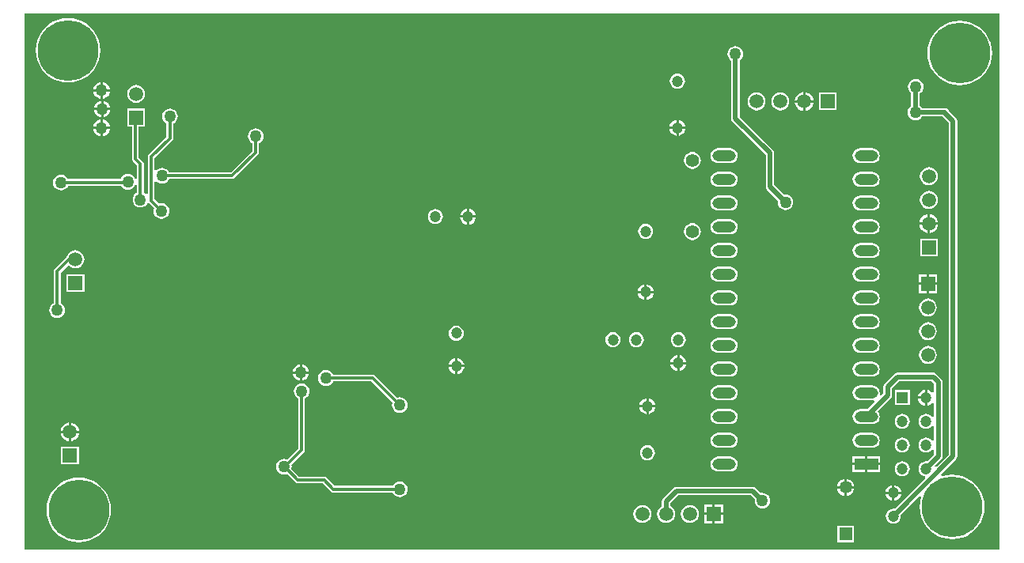
<source format=gbl>
G04 Layer_Physical_Order=2*
G04 Layer_Color=16711680*
%FSLAX43Y43*%
%MOMM*%
G71*
G01*
G75*
%ADD30R,1.500X1.500*%
%ADD40C,0.500*%
%ADD43C,0.300*%
%ADD46C,1.200*%
%ADD47C,1.500*%
%ADD48C,1.400*%
%ADD49R,1.350X1.350*%
%ADD50C,1.350*%
%ADD51C,6.500*%
%ADD52O,2.500X1.200*%
%ADD53R,2.500X1.200*%
%ADD54R,1.200X1.200*%
%ADD55R,1.500X1.500*%
%ADD56C,1.270*%
G36*
X104667Y333D02*
X333D01*
Y57767D01*
X104667D01*
Y333D01*
D02*
G37*
%LPC*%
G36*
X5000Y57261D02*
X4459Y57218D01*
X3931Y57091D01*
X3429Y56883D01*
X2966Y56600D01*
X2553Y56247D01*
X2200Y55834D01*
X1917Y55371D01*
X1709Y54869D01*
X1582Y54341D01*
X1539Y53800D01*
X1582Y53259D01*
X1709Y52731D01*
X1917Y52229D01*
X2200Y51766D01*
X2553Y51353D01*
X2966Y51000D01*
X3429Y50717D01*
X3931Y50509D01*
X4459Y50382D01*
X5000Y50339D01*
X5541Y50382D01*
X6069Y50509D01*
X6571Y50717D01*
X7034Y51000D01*
X7447Y51353D01*
X7800Y51766D01*
X8083Y52229D01*
X8291Y52731D01*
X8418Y53259D01*
X8461Y53800D01*
X8418Y54341D01*
X8291Y54869D01*
X8083Y55371D01*
X7800Y55834D01*
X7447Y56247D01*
X7034Y56600D01*
X6571Y56883D01*
X6069Y57091D01*
X5541Y57218D01*
X5000Y57261D01*
D02*
G37*
G36*
X100400Y56961D02*
X99859Y56918D01*
X99331Y56791D01*
X98829Y56583D01*
X98366Y56300D01*
X97953Y55947D01*
X97600Y55534D01*
X97317Y55071D01*
X97109Y54569D01*
X96982Y54041D01*
X96939Y53500D01*
X96982Y52959D01*
X97109Y52431D01*
X97317Y51929D01*
X97600Y51466D01*
X97953Y51053D01*
X98366Y50700D01*
X98829Y50417D01*
X99331Y50209D01*
X99859Y50082D01*
X100400Y50039D01*
X100941Y50082D01*
X101469Y50209D01*
X101971Y50417D01*
X102434Y50700D01*
X102847Y51053D01*
X103200Y51466D01*
X103483Y51929D01*
X103691Y52431D01*
X103818Y52959D01*
X103861Y53500D01*
X103818Y54041D01*
X103691Y54569D01*
X103483Y55071D01*
X103200Y55534D01*
X102847Y55947D01*
X102434Y56300D01*
X101971Y56583D01*
X101469Y56791D01*
X100941Y56918D01*
X100400Y56961D01*
D02*
G37*
G36*
X70200Y51307D02*
X69991Y51279D01*
X69797Y51199D01*
X69629Y51071D01*
X69501Y50903D01*
X69421Y50709D01*
X69393Y50500D01*
X69421Y50291D01*
X69501Y50097D01*
X69629Y49929D01*
X69797Y49801D01*
X69991Y49721D01*
X70200Y49693D01*
X70409Y49721D01*
X70603Y49801D01*
X70771Y49929D01*
X70899Y50097D01*
X70979Y50291D01*
X71007Y50500D01*
X70979Y50709D01*
X70899Y50903D01*
X70771Y51071D01*
X70603Y51199D01*
X70409Y51279D01*
X70200Y51307D01*
D02*
G37*
G36*
X8727Y50380D02*
Y49627D01*
X9480D01*
X9466Y49732D01*
X9377Y49948D01*
X9234Y50134D01*
X9048Y50277D01*
X8832Y50366D01*
X8727Y50380D01*
D02*
G37*
G36*
X8473D02*
X8368Y50366D01*
X8152Y50277D01*
X7966Y50134D01*
X7823Y49948D01*
X7734Y49732D01*
X7720Y49627D01*
X8473D01*
Y50380D01*
D02*
G37*
G36*
X9480Y49373D02*
X8727D01*
Y48620D01*
X8832Y48634D01*
X9048Y48723D01*
X9234Y48866D01*
X9377Y49052D01*
X9466Y49268D01*
X9480Y49373D01*
D02*
G37*
G36*
X8473D02*
X7720D01*
X7734Y49268D01*
X7823Y49052D01*
X7966Y48866D01*
X8152Y48723D01*
X8368Y48634D01*
X8473Y48620D01*
Y49373D01*
D02*
G37*
G36*
X83887Y49316D02*
Y48447D01*
X84756D01*
X84738Y48582D01*
X84637Y48826D01*
X84476Y49036D01*
X84266Y49197D01*
X84022Y49298D01*
X83887Y49316D01*
D02*
G37*
G36*
X83633D02*
X83498Y49298D01*
X83254Y49197D01*
X83044Y49036D01*
X82883Y48826D01*
X82782Y48582D01*
X82764Y48447D01*
X83633D01*
Y49316D01*
D02*
G37*
G36*
X12300Y50098D02*
X12052Y50066D01*
X11821Y49970D01*
X11622Y49818D01*
X11470Y49619D01*
X11374Y49388D01*
X11342Y49140D01*
X11374Y48892D01*
X11470Y48661D01*
X11622Y48462D01*
X11821Y48310D01*
X12052Y48214D01*
X12300Y48182D01*
X12548Y48214D01*
X12779Y48310D01*
X12978Y48462D01*
X13130Y48661D01*
X13226Y48892D01*
X13258Y49140D01*
X13226Y49388D01*
X13130Y49619D01*
X12978Y49818D01*
X12779Y49970D01*
X12548Y50066D01*
X12300Y50098D01*
D02*
G37*
G36*
X8781Y48380D02*
Y47627D01*
X9534D01*
X9520Y47732D01*
X9431Y47948D01*
X9288Y48134D01*
X9102Y48277D01*
X8886Y48366D01*
X8781Y48380D01*
D02*
G37*
G36*
X8527D02*
X8422Y48366D01*
X8206Y48277D01*
X8020Y48134D01*
X7877Y47948D01*
X7788Y47732D01*
X7774Y47627D01*
X8527D01*
Y48380D01*
D02*
G37*
G36*
X87250Y49270D02*
X85350D01*
Y47370D01*
X87250D01*
Y49270D01*
D02*
G37*
G36*
X81220Y49278D02*
X80972Y49246D01*
X80741Y49150D01*
X80542Y48998D01*
X80390Y48799D01*
X80294Y48568D01*
X80262Y48320D01*
X80294Y48072D01*
X80390Y47841D01*
X80542Y47642D01*
X80741Y47490D01*
X80972Y47394D01*
X81220Y47362D01*
X81468Y47394D01*
X81699Y47490D01*
X81898Y47642D01*
X82050Y47841D01*
X82146Y48072D01*
X82178Y48320D01*
X82146Y48568D01*
X82050Y48799D01*
X81898Y48998D01*
X81699Y49150D01*
X81468Y49246D01*
X81220Y49278D01*
D02*
G37*
G36*
X78680D02*
X78432Y49246D01*
X78201Y49150D01*
X78002Y48998D01*
X77850Y48799D01*
X77754Y48568D01*
X77722Y48320D01*
X77754Y48072D01*
X77850Y47841D01*
X78002Y47642D01*
X78201Y47490D01*
X78432Y47394D01*
X78680Y47362D01*
X78928Y47394D01*
X79159Y47490D01*
X79358Y47642D01*
X79510Y47841D01*
X79606Y48072D01*
X79638Y48320D01*
X79606Y48568D01*
X79510Y48799D01*
X79358Y48998D01*
X79159Y49150D01*
X78928Y49246D01*
X78680Y49278D01*
D02*
G37*
G36*
X84756Y48193D02*
X83887D01*
Y47324D01*
X84022Y47342D01*
X84266Y47443D01*
X84476Y47604D01*
X84637Y47814D01*
X84738Y48058D01*
X84756Y48193D01*
D02*
G37*
G36*
X83633D02*
X82764D01*
X82782Y48058D01*
X82883Y47814D01*
X83044Y47604D01*
X83254Y47443D01*
X83498Y47342D01*
X83633Y47324D01*
Y48193D01*
D02*
G37*
G36*
X9534Y47373D02*
X8781D01*
Y46620D01*
X8886Y46634D01*
X9102Y46723D01*
X9288Y46866D01*
X9431Y47052D01*
X9520Y47268D01*
X9534Y47373D01*
D02*
G37*
G36*
X8527D02*
X7774D01*
X7788Y47268D01*
X7877Y47052D01*
X8020Y46866D01*
X8206Y46723D01*
X8422Y46634D01*
X8527Y46620D01*
Y47373D01*
D02*
G37*
G36*
X70327Y46345D02*
Y45627D01*
X71045D01*
X71032Y45723D01*
X70946Y45931D01*
X70809Y46109D01*
X70631Y46246D01*
X70423Y46332D01*
X70327Y46345D01*
D02*
G37*
G36*
X8727Y46380D02*
Y45627D01*
X9480D01*
X9466Y45732D01*
X9377Y45948D01*
X9234Y46134D01*
X9048Y46277D01*
X8832Y46366D01*
X8727Y46380D01*
D02*
G37*
G36*
X8473D02*
X8368Y46366D01*
X8152Y46277D01*
X7966Y46134D01*
X7823Y45948D01*
X7734Y45732D01*
X7720Y45627D01*
X8473D01*
Y46380D01*
D02*
G37*
G36*
X70073Y46345D02*
X69977Y46332D01*
X69769Y46246D01*
X69591Y46109D01*
X69454Y45931D01*
X69368Y45723D01*
X69355Y45627D01*
X70073D01*
Y46345D01*
D02*
G37*
G36*
Y45373D02*
X69355D01*
X69368Y45277D01*
X69454Y45069D01*
X69591Y44891D01*
X69769Y44754D01*
X69977Y44668D01*
X70073Y44655D01*
Y45373D01*
D02*
G37*
G36*
X71045D02*
X70327D01*
Y44655D01*
X70423Y44668D01*
X70631Y44754D01*
X70809Y44891D01*
X70946Y45069D01*
X71032Y45277D01*
X71045Y45373D01*
D02*
G37*
G36*
X9480D02*
X8727D01*
Y44620D01*
X8832Y44634D01*
X9048Y44723D01*
X9234Y44866D01*
X9377Y45052D01*
X9466Y45268D01*
X9480Y45373D01*
D02*
G37*
G36*
X8473D02*
X7720D01*
X7734Y45268D01*
X7823Y45052D01*
X7966Y44866D01*
X8152Y44723D01*
X8368Y44634D01*
X8473Y44620D01*
Y45373D01*
D02*
G37*
G36*
X91050Y43327D02*
X89750D01*
X89541Y43299D01*
X89347Y43219D01*
X89179Y43091D01*
X89051Y42923D01*
X88971Y42729D01*
X88943Y42520D01*
X88971Y42311D01*
X89051Y42117D01*
X89179Y41949D01*
X89347Y41821D01*
X89541Y41741D01*
X89750Y41713D01*
X91050D01*
X91259Y41741D01*
X91453Y41821D01*
X91621Y41949D01*
X91749Y42117D01*
X91829Y42311D01*
X91857Y42520D01*
X91829Y42729D01*
X91749Y42923D01*
X91621Y43091D01*
X91453Y43219D01*
X91259Y43299D01*
X91050Y43327D01*
D02*
G37*
G36*
X75850D02*
X74550D01*
X74341Y43299D01*
X74147Y43219D01*
X73979Y43091D01*
X73851Y42923D01*
X73771Y42729D01*
X73743Y42520D01*
X73771Y42311D01*
X73851Y42117D01*
X73979Y41949D01*
X74147Y41821D01*
X74341Y41741D01*
X74550Y41713D01*
X75850D01*
X76059Y41741D01*
X76253Y41821D01*
X76421Y41949D01*
X76549Y42117D01*
X76629Y42311D01*
X76657Y42520D01*
X76629Y42729D01*
X76549Y42923D01*
X76421Y43091D01*
X76253Y43219D01*
X76059Y43299D01*
X75850Y43327D01*
D02*
G37*
G36*
X71800Y42918D02*
X71565Y42887D01*
X71346Y42796D01*
X71158Y42652D01*
X71014Y42464D01*
X70923Y42245D01*
X70892Y42010D01*
X70923Y41775D01*
X71014Y41556D01*
X71158Y41368D01*
X71346Y41224D01*
X71565Y41133D01*
X71800Y41102D01*
X72035Y41133D01*
X72254Y41224D01*
X72442Y41368D01*
X72586Y41556D01*
X72677Y41775D01*
X72708Y42010D01*
X72677Y42245D01*
X72586Y42464D01*
X72442Y42652D01*
X72254Y42796D01*
X72035Y42887D01*
X71800Y42918D01*
D02*
G37*
G36*
X13250Y47550D02*
X11350D01*
Y45650D01*
X11843D01*
Y42200D01*
X11870Y42063D01*
X11948Y41948D01*
X12393Y41502D01*
Y40007D01*
X12193Y39967D01*
X12129Y40121D01*
X11996Y40296D01*
X11821Y40429D01*
X11618Y40514D01*
X11400Y40542D01*
X11182Y40514D01*
X10979Y40429D01*
X10804Y40296D01*
X10671Y40121D01*
X10623Y40007D01*
X5006D01*
X4979Y40071D01*
X4846Y40246D01*
X4671Y40379D01*
X4468Y40464D01*
X4250Y40492D01*
X4032Y40464D01*
X3829Y40379D01*
X3654Y40246D01*
X3521Y40071D01*
X3436Y39868D01*
X3408Y39650D01*
X3436Y39432D01*
X3521Y39229D01*
X3654Y39054D01*
X3829Y38921D01*
X4032Y38836D01*
X4250Y38808D01*
X4468Y38836D01*
X4671Y38921D01*
X4846Y39054D01*
X4979Y39229D01*
X5006Y39293D01*
X10665D01*
X10671Y39279D01*
X10804Y39104D01*
X10979Y38971D01*
X11182Y38886D01*
X11400Y38858D01*
X11618Y38886D01*
X11821Y38971D01*
X11996Y39104D01*
X12129Y39279D01*
X12193Y39433D01*
X12393Y39393D01*
Y38556D01*
X12329Y38529D01*
X12154Y38396D01*
X12021Y38221D01*
X11936Y38018D01*
X11908Y37800D01*
X11936Y37582D01*
X12021Y37379D01*
X12154Y37204D01*
X12329Y37071D01*
X12532Y36986D01*
X12750Y36958D01*
X12968Y36986D01*
X13171Y37071D01*
X13346Y37204D01*
X13465Y37361D01*
X13508Y37381D01*
X13702Y37393D01*
X14213Y36882D01*
X14186Y36818D01*
X14158Y36600D01*
X14186Y36382D01*
X14271Y36179D01*
X14404Y36004D01*
X14579Y35871D01*
X14782Y35786D01*
X15000Y35758D01*
X15218Y35786D01*
X15421Y35871D01*
X15596Y36004D01*
X15729Y36179D01*
X15814Y36382D01*
X15842Y36600D01*
X15814Y36818D01*
X15729Y37021D01*
X15596Y37196D01*
X15421Y37329D01*
X15218Y37414D01*
X15000Y37442D01*
X14782Y37414D01*
X14718Y37387D01*
X14257Y37848D01*
Y39718D01*
X14457Y39786D01*
X14469Y39769D01*
X14644Y39636D01*
X14847Y39551D01*
X15065Y39523D01*
X15283Y39551D01*
X15486Y39636D01*
X15661Y39769D01*
X15794Y39944D01*
X15821Y40008D01*
X22565D01*
X22702Y40035D01*
X22817Y40113D01*
X25310Y42605D01*
X25387Y42721D01*
X25414Y42857D01*
Y43826D01*
X25521Y43871D01*
X25696Y44004D01*
X25829Y44179D01*
X25914Y44382D01*
X25942Y44600D01*
X25914Y44818D01*
X25829Y45021D01*
X25696Y45196D01*
X25521Y45329D01*
X25318Y45414D01*
X25100Y45442D01*
X24882Y45414D01*
X24679Y45329D01*
X24504Y45196D01*
X24371Y45021D01*
X24286Y44818D01*
X24258Y44600D01*
X24286Y44382D01*
X24371Y44179D01*
X24504Y44004D01*
X24679Y43871D01*
X24701Y43862D01*
Y43005D01*
X22417Y40722D01*
X15821D01*
X15794Y40786D01*
X15661Y40961D01*
X15486Y41094D01*
X15283Y41179D01*
X15065Y41207D01*
X14847Y41179D01*
X14644Y41094D01*
X14469Y40961D01*
X14457Y40944D01*
X14257Y41012D01*
Y42252D01*
X16152Y44147D01*
X16230Y44263D01*
X16257Y44400D01*
Y45944D01*
X16321Y45970D01*
X16495Y46104D01*
X16629Y46279D01*
X16713Y46482D01*
X16742Y46700D01*
X16713Y46918D01*
X16629Y47121D01*
X16495Y47295D01*
X16321Y47429D01*
X16118Y47513D01*
X15900Y47542D01*
X15682Y47513D01*
X15479Y47429D01*
X15304Y47295D01*
X15171Y47121D01*
X15086Y46918D01*
X15058Y46700D01*
X15086Y46482D01*
X15171Y46279D01*
X15304Y46104D01*
X15479Y45970D01*
X15543Y45944D01*
Y44548D01*
X13648Y42652D01*
X13570Y42537D01*
X13543Y42400D01*
Y38467D01*
X13355Y38399D01*
X13343Y38397D01*
X13171Y38529D01*
X13107Y38556D01*
Y41650D01*
X13080Y41787D01*
X13002Y41902D01*
X12557Y42348D01*
Y45650D01*
X13250D01*
Y47550D01*
D02*
G37*
G36*
X97100Y41278D02*
X96852Y41246D01*
X96621Y41150D01*
X96422Y40998D01*
X96270Y40799D01*
X96174Y40568D01*
X96142Y40320D01*
X96174Y40072D01*
X96270Y39841D01*
X96422Y39642D01*
X96621Y39490D01*
X96852Y39394D01*
X97100Y39362D01*
X97348Y39394D01*
X97579Y39490D01*
X97778Y39642D01*
X97930Y39841D01*
X98026Y40072D01*
X98058Y40320D01*
X98026Y40568D01*
X97930Y40799D01*
X97778Y40998D01*
X97579Y41150D01*
X97348Y41246D01*
X97100Y41278D01*
D02*
G37*
G36*
X91050Y40787D02*
X89750D01*
X89541Y40759D01*
X89347Y40679D01*
X89179Y40551D01*
X89051Y40383D01*
X88971Y40189D01*
X88943Y39980D01*
X88971Y39771D01*
X89051Y39577D01*
X89179Y39409D01*
X89347Y39281D01*
X89541Y39201D01*
X89750Y39173D01*
X91050D01*
X91259Y39201D01*
X91453Y39281D01*
X91621Y39409D01*
X91749Y39577D01*
X91829Y39771D01*
X91857Y39980D01*
X91829Y40189D01*
X91749Y40383D01*
X91621Y40551D01*
X91453Y40679D01*
X91259Y40759D01*
X91050Y40787D01*
D02*
G37*
G36*
X75850D02*
X74550D01*
X74341Y40759D01*
X74147Y40679D01*
X73979Y40551D01*
X73851Y40383D01*
X73771Y40189D01*
X73743Y39980D01*
X73771Y39771D01*
X73851Y39577D01*
X73979Y39409D01*
X74147Y39281D01*
X74341Y39201D01*
X74550Y39173D01*
X75850D01*
X76059Y39201D01*
X76253Y39281D01*
X76421Y39409D01*
X76549Y39577D01*
X76629Y39771D01*
X76657Y39980D01*
X76629Y40189D01*
X76549Y40383D01*
X76421Y40551D01*
X76253Y40679D01*
X76059Y40759D01*
X75850Y40787D01*
D02*
G37*
G36*
X97100Y38738D02*
X96852Y38706D01*
X96621Y38610D01*
X96422Y38458D01*
X96270Y38259D01*
X96174Y38028D01*
X96142Y37780D01*
X96174Y37532D01*
X96270Y37301D01*
X96422Y37102D01*
X96621Y36950D01*
X96852Y36854D01*
X97100Y36822D01*
X97348Y36854D01*
X97579Y36950D01*
X97778Y37102D01*
X97930Y37301D01*
X98026Y37532D01*
X98058Y37780D01*
X98026Y38028D01*
X97930Y38259D01*
X97778Y38458D01*
X97579Y38610D01*
X97348Y38706D01*
X97100Y38738D01*
D02*
G37*
G36*
X76400Y54242D02*
X76182Y54214D01*
X75979Y54129D01*
X75804Y53996D01*
X75671Y53821D01*
X75586Y53618D01*
X75558Y53400D01*
X75586Y53182D01*
X75671Y52979D01*
X75804Y52804D01*
X75941Y52700D01*
Y46500D01*
X75976Y46324D01*
X76076Y46176D01*
X79641Y42610D01*
Y39200D01*
X79676Y39024D01*
X79776Y38876D01*
X80940Y37711D01*
X80918Y37540D01*
X80946Y37322D01*
X81031Y37119D01*
X81164Y36944D01*
X81339Y36811D01*
X81542Y36726D01*
X81760Y36698D01*
X81978Y36726D01*
X82181Y36811D01*
X82356Y36944D01*
X82489Y37119D01*
X82574Y37322D01*
X82602Y37540D01*
X82574Y37758D01*
X82489Y37961D01*
X82356Y38136D01*
X82181Y38269D01*
X81978Y38354D01*
X81760Y38382D01*
X81589Y38360D01*
X80559Y39390D01*
Y42800D01*
X80524Y42976D01*
X80424Y43124D01*
X76859Y46690D01*
Y52700D01*
X76996Y52804D01*
X77129Y52979D01*
X77214Y53182D01*
X77242Y53400D01*
X77214Y53618D01*
X77129Y53821D01*
X76996Y53996D01*
X76821Y54129D01*
X76618Y54214D01*
X76400Y54242D01*
D02*
G37*
G36*
X91050Y38247D02*
X89750D01*
X89541Y38219D01*
X89347Y38139D01*
X89179Y38011D01*
X89051Y37843D01*
X88971Y37649D01*
X88943Y37440D01*
X88971Y37231D01*
X89051Y37037D01*
X89179Y36869D01*
X89347Y36741D01*
X89541Y36661D01*
X89750Y36633D01*
X91050D01*
X91259Y36661D01*
X91453Y36741D01*
X91621Y36869D01*
X91749Y37037D01*
X91829Y37231D01*
X91857Y37440D01*
X91829Y37649D01*
X91749Y37843D01*
X91621Y38011D01*
X91453Y38139D01*
X91259Y38219D01*
X91050Y38247D01*
D02*
G37*
G36*
X75850D02*
X74550D01*
X74341Y38219D01*
X74147Y38139D01*
X73979Y38011D01*
X73851Y37843D01*
X73771Y37649D01*
X73743Y37440D01*
X73771Y37231D01*
X73851Y37037D01*
X73979Y36869D01*
X74147Y36741D01*
X74341Y36661D01*
X74550Y36633D01*
X75850D01*
X76059Y36661D01*
X76253Y36741D01*
X76421Y36869D01*
X76549Y37037D01*
X76629Y37231D01*
X76657Y37440D01*
X76629Y37649D01*
X76549Y37843D01*
X76421Y38011D01*
X76253Y38139D01*
X76059Y38219D01*
X75850Y38247D01*
D02*
G37*
G36*
X47927Y36845D02*
Y36127D01*
X48645D01*
X48632Y36223D01*
X48546Y36431D01*
X48409Y36609D01*
X48231Y36746D01*
X48023Y36832D01*
X47927Y36845D01*
D02*
G37*
G36*
X47673D02*
X47577Y36832D01*
X47369Y36746D01*
X47191Y36609D01*
X47054Y36431D01*
X46968Y36223D01*
X46955Y36127D01*
X47673D01*
Y36845D01*
D02*
G37*
G36*
X97227Y36236D02*
Y35367D01*
X98096D01*
X98078Y35502D01*
X97977Y35746D01*
X97816Y35956D01*
X97606Y36117D01*
X97362Y36218D01*
X97227Y36236D01*
D02*
G37*
G36*
X96973D02*
X96838Y36218D01*
X96594Y36117D01*
X96384Y35956D01*
X96223Y35746D01*
X96122Y35502D01*
X96104Y35367D01*
X96973D01*
Y36236D01*
D02*
G37*
G36*
X44300Y36807D02*
X44091Y36779D01*
X43897Y36699D01*
X43729Y36571D01*
X43601Y36403D01*
X43521Y36209D01*
X43493Y36000D01*
X43521Y35791D01*
X43601Y35597D01*
X43729Y35429D01*
X43897Y35301D01*
X44091Y35221D01*
X44300Y35193D01*
X44509Y35221D01*
X44703Y35301D01*
X44871Y35429D01*
X44999Y35597D01*
X45079Y35791D01*
X45107Y36000D01*
X45079Y36209D01*
X44999Y36403D01*
X44871Y36571D01*
X44703Y36699D01*
X44509Y36779D01*
X44300Y36807D01*
D02*
G37*
G36*
X48645Y35873D02*
X47927D01*
Y35155D01*
X48023Y35168D01*
X48231Y35254D01*
X48409Y35391D01*
X48546Y35569D01*
X48632Y35777D01*
X48645Y35873D01*
D02*
G37*
G36*
X47673D02*
X46955D01*
X46968Y35777D01*
X47054Y35569D01*
X47191Y35391D01*
X47369Y35254D01*
X47577Y35168D01*
X47673Y35155D01*
Y35873D01*
D02*
G37*
G36*
X98096Y35113D02*
X97227D01*
Y34244D01*
X97362Y34262D01*
X97606Y34363D01*
X97816Y34524D01*
X97977Y34734D01*
X98078Y34978D01*
X98096Y35113D01*
D02*
G37*
G36*
X96973D02*
X96104D01*
X96122Y34978D01*
X96223Y34734D01*
X96384Y34524D01*
X96594Y34363D01*
X96838Y34262D01*
X96973Y34244D01*
Y35113D01*
D02*
G37*
G36*
X91050Y35707D02*
X89750D01*
X89541Y35679D01*
X89347Y35599D01*
X89179Y35471D01*
X89051Y35303D01*
X88971Y35109D01*
X88943Y34900D01*
X88971Y34691D01*
X89051Y34497D01*
X89179Y34329D01*
X89347Y34201D01*
X89541Y34121D01*
X89750Y34093D01*
X91050D01*
X91259Y34121D01*
X91453Y34201D01*
X91621Y34329D01*
X91749Y34497D01*
X91829Y34691D01*
X91857Y34900D01*
X91829Y35109D01*
X91749Y35303D01*
X91621Y35471D01*
X91453Y35599D01*
X91259Y35679D01*
X91050Y35707D01*
D02*
G37*
G36*
X75850D02*
X74550D01*
X74341Y35679D01*
X74147Y35599D01*
X73979Y35471D01*
X73851Y35303D01*
X73771Y35109D01*
X73743Y34900D01*
X73771Y34691D01*
X73851Y34497D01*
X73979Y34329D01*
X74147Y34201D01*
X74341Y34121D01*
X74550Y34093D01*
X75850D01*
X76059Y34121D01*
X76253Y34201D01*
X76421Y34329D01*
X76549Y34497D01*
X76629Y34691D01*
X76657Y34900D01*
X76629Y35109D01*
X76549Y35303D01*
X76421Y35471D01*
X76253Y35599D01*
X76059Y35679D01*
X75850Y35707D01*
D02*
G37*
G36*
X66800Y35207D02*
X66591Y35179D01*
X66397Y35099D01*
X66229Y34971D01*
X66101Y34803D01*
X66021Y34609D01*
X65993Y34400D01*
X66021Y34191D01*
X66101Y33997D01*
X66229Y33829D01*
X66397Y33701D01*
X66591Y33621D01*
X66800Y33593D01*
X67009Y33621D01*
X67203Y33701D01*
X67371Y33829D01*
X67499Y33997D01*
X67579Y34191D01*
X67607Y34400D01*
X67579Y34609D01*
X67499Y34803D01*
X67371Y34971D01*
X67203Y35099D01*
X67009Y35179D01*
X66800Y35207D01*
D02*
G37*
G36*
X71800Y35298D02*
X71565Y35267D01*
X71346Y35176D01*
X71158Y35032D01*
X71014Y34844D01*
X70923Y34625D01*
X70892Y34390D01*
X70923Y34155D01*
X71014Y33936D01*
X71158Y33748D01*
X71346Y33604D01*
X71565Y33513D01*
X71800Y33482D01*
X72035Y33513D01*
X72254Y33604D01*
X72442Y33748D01*
X72586Y33936D01*
X72677Y34155D01*
X72708Y34390D01*
X72677Y34625D01*
X72586Y34844D01*
X72442Y35032D01*
X72254Y35176D01*
X72035Y35267D01*
X71800Y35298D01*
D02*
G37*
G36*
X98050Y33650D02*
X96150D01*
Y31750D01*
X98050D01*
Y33650D01*
D02*
G37*
G36*
X91050Y33167D02*
X89750D01*
X89541Y33139D01*
X89347Y33059D01*
X89179Y32931D01*
X89051Y32763D01*
X88971Y32569D01*
X88943Y32360D01*
X88971Y32151D01*
X89051Y31957D01*
X89179Y31789D01*
X89347Y31661D01*
X89541Y31581D01*
X89750Y31553D01*
X91050D01*
X91259Y31581D01*
X91453Y31661D01*
X91621Y31789D01*
X91749Y31957D01*
X91829Y32151D01*
X91857Y32360D01*
X91829Y32569D01*
X91749Y32763D01*
X91621Y32931D01*
X91453Y33059D01*
X91259Y33139D01*
X91050Y33167D01*
D02*
G37*
G36*
X75850D02*
X74550D01*
X74341Y33139D01*
X74147Y33059D01*
X73979Y32931D01*
X73851Y32763D01*
X73771Y32569D01*
X73743Y32360D01*
X73771Y32151D01*
X73851Y31957D01*
X73979Y31789D01*
X74147Y31661D01*
X74341Y31581D01*
X74550Y31553D01*
X75850D01*
X76059Y31581D01*
X76253Y31661D01*
X76421Y31789D01*
X76549Y31957D01*
X76629Y32151D01*
X76657Y32360D01*
X76629Y32569D01*
X76549Y32763D01*
X76421Y32931D01*
X76253Y33059D01*
X76059Y33139D01*
X75850Y33167D01*
D02*
G37*
G36*
X5800Y32386D02*
X5552Y32354D01*
X5321Y32258D01*
X5122Y32106D01*
X4970Y31907D01*
X4876Y31681D01*
X4876Y31681D01*
X3598Y30402D01*
X3520Y30287D01*
X3493Y30150D01*
Y26706D01*
X3429Y26679D01*
X3254Y26546D01*
X3121Y26371D01*
X3036Y26168D01*
X3008Y25950D01*
X3036Y25732D01*
X3121Y25529D01*
X3254Y25354D01*
X3429Y25221D01*
X3632Y25136D01*
X3850Y25108D01*
X4068Y25136D01*
X4271Y25221D01*
X4446Y25354D01*
X4579Y25529D01*
X4664Y25732D01*
X4692Y25950D01*
X4664Y26168D01*
X4579Y26371D01*
X4446Y26546D01*
X4271Y26679D01*
X4207Y26706D01*
Y30002D01*
X4966Y30761D01*
X5122Y30751D01*
X5321Y30598D01*
X5552Y30503D01*
X5800Y30470D01*
X6048Y30503D01*
X6279Y30598D01*
X6478Y30751D01*
X6630Y30949D01*
X6726Y31180D01*
X6758Y31428D01*
X6726Y31676D01*
X6630Y31907D01*
X6478Y32106D01*
X6279Y32258D01*
X6048Y32354D01*
X5800Y32386D01*
D02*
G37*
G36*
X91050Y30627D02*
X89750D01*
X89541Y30599D01*
X89347Y30519D01*
X89179Y30391D01*
X89051Y30223D01*
X88971Y30029D01*
X88943Y29820D01*
X88971Y29611D01*
X89051Y29417D01*
X89179Y29249D01*
X89347Y29121D01*
X89541Y29041D01*
X89750Y29013D01*
X91050D01*
X91259Y29041D01*
X91453Y29121D01*
X91621Y29249D01*
X91749Y29417D01*
X91829Y29611D01*
X91857Y29820D01*
X91829Y30029D01*
X91749Y30223D01*
X91621Y30391D01*
X91453Y30519D01*
X91259Y30599D01*
X91050Y30627D01*
D02*
G37*
G36*
X75850D02*
X74550D01*
X74341Y30599D01*
X74147Y30519D01*
X73979Y30391D01*
X73851Y30223D01*
X73771Y30029D01*
X73743Y29820D01*
X73771Y29611D01*
X73851Y29417D01*
X73979Y29249D01*
X74147Y29121D01*
X74341Y29041D01*
X74550Y29013D01*
X75850D01*
X76059Y29041D01*
X76253Y29121D01*
X76421Y29249D01*
X76549Y29417D01*
X76629Y29611D01*
X76657Y29820D01*
X76629Y30029D01*
X76549Y30223D01*
X76421Y30391D01*
X76253Y30519D01*
X76059Y30599D01*
X75850Y30627D01*
D02*
G37*
G36*
X98004Y29804D02*
X97127D01*
Y28927D01*
X98004D01*
Y29804D01*
D02*
G37*
G36*
X96873D02*
X95996D01*
Y28927D01*
X96873D01*
Y29804D01*
D02*
G37*
G36*
X66927Y28745D02*
Y28027D01*
X67645D01*
X67632Y28123D01*
X67546Y28331D01*
X67409Y28509D01*
X67231Y28646D01*
X67023Y28732D01*
X66927Y28745D01*
D02*
G37*
G36*
X66673Y28745D02*
X66577Y28732D01*
X66369Y28646D01*
X66191Y28509D01*
X66054Y28331D01*
X65968Y28123D01*
X65955Y28027D01*
X66673D01*
Y28745D01*
D02*
G37*
G36*
X6750Y29838D02*
X4850D01*
Y27938D01*
X6750D01*
Y29838D01*
D02*
G37*
G36*
X98004Y28673D02*
X97127D01*
Y27796D01*
X98004D01*
Y28673D01*
D02*
G37*
G36*
X96873D02*
X95996D01*
Y27796D01*
X96873D01*
Y28673D01*
D02*
G37*
G36*
X67645Y27773D02*
X66927D01*
Y27055D01*
X67023Y27068D01*
X67231Y27154D01*
X67409Y27291D01*
X67546Y27469D01*
X67632Y27677D01*
X67645Y27773D01*
D02*
G37*
G36*
X66673D02*
X65955D01*
X65968Y27677D01*
X66054Y27469D01*
X66191Y27291D01*
X66369Y27154D01*
X66577Y27068D01*
X66673Y27055D01*
Y27773D01*
D02*
G37*
G36*
X91050Y28087D02*
X89750D01*
X89541Y28059D01*
X89347Y27979D01*
X89179Y27851D01*
X89051Y27683D01*
X88971Y27489D01*
X88943Y27280D01*
X88971Y27071D01*
X89051Y26877D01*
X89179Y26709D01*
X89347Y26581D01*
X89541Y26501D01*
X89750Y26473D01*
X91050D01*
X91259Y26501D01*
X91453Y26581D01*
X91621Y26709D01*
X91749Y26877D01*
X91829Y27071D01*
X91857Y27280D01*
X91829Y27489D01*
X91749Y27683D01*
X91621Y27851D01*
X91453Y27979D01*
X91259Y28059D01*
X91050Y28087D01*
D02*
G37*
G36*
X75850D02*
X74550D01*
X74341Y28059D01*
X74147Y27979D01*
X73979Y27851D01*
X73851Y27683D01*
X73771Y27489D01*
X73743Y27280D01*
X73771Y27071D01*
X73851Y26877D01*
X73979Y26709D01*
X74147Y26581D01*
X74341Y26501D01*
X74550Y26473D01*
X75850D01*
X76059Y26501D01*
X76253Y26581D01*
X76421Y26709D01*
X76549Y26877D01*
X76629Y27071D01*
X76657Y27280D01*
X76629Y27489D01*
X76549Y27683D01*
X76421Y27851D01*
X76253Y27979D01*
X76059Y28059D01*
X75850Y28087D01*
D02*
G37*
G36*
X97000Y27218D02*
X96752Y27186D01*
X96521Y27090D01*
X96322Y26938D01*
X96170Y26739D01*
X96074Y26508D01*
X96042Y26260D01*
X96074Y26012D01*
X96170Y25781D01*
X96322Y25582D01*
X96521Y25430D01*
X96752Y25334D01*
X97000Y25302D01*
X97248Y25334D01*
X97479Y25430D01*
X97678Y25582D01*
X97830Y25781D01*
X97926Y26012D01*
X97958Y26260D01*
X97926Y26508D01*
X97830Y26739D01*
X97678Y26938D01*
X97479Y27090D01*
X97248Y27186D01*
X97000Y27218D01*
D02*
G37*
G36*
X91050Y25547D02*
X89750D01*
X89541Y25519D01*
X89347Y25439D01*
X89179Y25311D01*
X89051Y25143D01*
X88971Y24949D01*
X88943Y24740D01*
X88971Y24531D01*
X89051Y24337D01*
X89179Y24169D01*
X89347Y24041D01*
X89541Y23961D01*
X89750Y23933D01*
X91050D01*
X91259Y23961D01*
X91453Y24041D01*
X91621Y24169D01*
X91749Y24337D01*
X91829Y24531D01*
X91857Y24740D01*
X91829Y24949D01*
X91749Y25143D01*
X91621Y25311D01*
X91453Y25439D01*
X91259Y25519D01*
X91050Y25547D01*
D02*
G37*
G36*
X75850D02*
X74550D01*
X74341Y25519D01*
X74147Y25439D01*
X73979Y25311D01*
X73851Y25143D01*
X73771Y24949D01*
X73743Y24740D01*
X73771Y24531D01*
X73851Y24337D01*
X73979Y24169D01*
X74147Y24041D01*
X74341Y23961D01*
X74550Y23933D01*
X75850D01*
X76059Y23961D01*
X76253Y24041D01*
X76421Y24169D01*
X76549Y24337D01*
X76629Y24531D01*
X76657Y24740D01*
X76629Y24949D01*
X76549Y25143D01*
X76421Y25311D01*
X76253Y25439D01*
X76059Y25519D01*
X75850Y25547D01*
D02*
G37*
G36*
X97000Y24678D02*
X96752Y24646D01*
X96521Y24550D01*
X96322Y24398D01*
X96170Y24199D01*
X96074Y23968D01*
X96042Y23720D01*
X96074Y23472D01*
X96170Y23241D01*
X96322Y23042D01*
X96521Y22890D01*
X96752Y22794D01*
X97000Y22762D01*
X97248Y22794D01*
X97479Y22890D01*
X97678Y23042D01*
X97830Y23241D01*
X97926Y23472D01*
X97958Y23720D01*
X97926Y23968D01*
X97830Y24199D01*
X97678Y24398D01*
X97479Y24550D01*
X97248Y24646D01*
X97000Y24678D01*
D02*
G37*
G36*
X46550Y24306D02*
X46341Y24279D01*
X46146Y24198D01*
X45979Y24070D01*
X45851Y23903D01*
X45770Y23708D01*
X45743Y23499D01*
X45770Y23291D01*
X45851Y23096D01*
X45979Y22929D01*
X46146Y22801D01*
X46341Y22720D01*
X46550Y22693D01*
X46759Y22720D01*
X46953Y22801D01*
X47120Y22929D01*
X47249Y23096D01*
X47329Y23291D01*
X47357Y23499D01*
X47329Y23708D01*
X47249Y23903D01*
X47120Y24070D01*
X46953Y24198D01*
X46759Y24279D01*
X46550Y24306D01*
D02*
G37*
G36*
X70300Y23607D02*
X70091Y23579D01*
X69897Y23499D01*
X69729Y23371D01*
X69601Y23203D01*
X69521Y23009D01*
X69493Y22800D01*
X69521Y22591D01*
X69601Y22397D01*
X69729Y22229D01*
X69897Y22101D01*
X70091Y22021D01*
X70300Y21993D01*
X70509Y22021D01*
X70703Y22101D01*
X70871Y22229D01*
X70999Y22397D01*
X71079Y22591D01*
X71107Y22800D01*
X71079Y23009D01*
X70999Y23203D01*
X70871Y23371D01*
X70703Y23499D01*
X70509Y23579D01*
X70300Y23607D01*
D02*
G37*
G36*
X65800D02*
X65591Y23579D01*
X65397Y23499D01*
X65229Y23371D01*
X65101Y23203D01*
X65021Y23009D01*
X64993Y22800D01*
X65021Y22591D01*
X65101Y22397D01*
X65229Y22229D01*
X65397Y22101D01*
X65591Y22021D01*
X65800Y21993D01*
X66009Y22021D01*
X66203Y22101D01*
X66371Y22229D01*
X66499Y22397D01*
X66579Y22591D01*
X66607Y22800D01*
X66579Y23009D01*
X66499Y23203D01*
X66371Y23371D01*
X66203Y23499D01*
X66009Y23579D01*
X65800Y23607D01*
D02*
G37*
G36*
X63300D02*
X63091Y23579D01*
X62897Y23499D01*
X62729Y23371D01*
X62601Y23203D01*
X62521Y23009D01*
X62493Y22800D01*
X62521Y22591D01*
X62601Y22397D01*
X62729Y22229D01*
X62897Y22101D01*
X63091Y22021D01*
X63300Y21993D01*
X63509Y22021D01*
X63703Y22101D01*
X63871Y22229D01*
X63999Y22397D01*
X64079Y22591D01*
X64107Y22800D01*
X64079Y23009D01*
X63999Y23203D01*
X63871Y23371D01*
X63703Y23499D01*
X63509Y23579D01*
X63300Y23607D01*
D02*
G37*
G36*
X91050Y23007D02*
X89750D01*
X89541Y22979D01*
X89347Y22899D01*
X89179Y22771D01*
X89051Y22603D01*
X88971Y22409D01*
X88943Y22200D01*
X88971Y21991D01*
X89051Y21797D01*
X89179Y21629D01*
X89347Y21501D01*
X89541Y21421D01*
X89750Y21393D01*
X91050D01*
X91259Y21421D01*
X91453Y21501D01*
X91621Y21629D01*
X91749Y21797D01*
X91829Y21991D01*
X91857Y22200D01*
X91829Y22409D01*
X91749Y22603D01*
X91621Y22771D01*
X91453Y22899D01*
X91259Y22979D01*
X91050Y23007D01*
D02*
G37*
G36*
X75850D02*
X74550D01*
X74341Y22979D01*
X74147Y22899D01*
X73979Y22771D01*
X73851Y22603D01*
X73771Y22409D01*
X73743Y22200D01*
X73771Y21991D01*
X73851Y21797D01*
X73979Y21629D01*
X74147Y21501D01*
X74341Y21421D01*
X74550Y21393D01*
X75850D01*
X76059Y21421D01*
X76253Y21501D01*
X76421Y21629D01*
X76549Y21797D01*
X76629Y21991D01*
X76657Y22200D01*
X76629Y22409D01*
X76549Y22603D01*
X76421Y22771D01*
X76253Y22899D01*
X76059Y22979D01*
X75850Y23007D01*
D02*
G37*
G36*
X70427Y21145D02*
Y20427D01*
X71145D01*
X71132Y20523D01*
X71046Y20731D01*
X70909Y20909D01*
X70731Y21046D01*
X70523Y21132D01*
X70427Y21145D01*
D02*
G37*
G36*
X70173D02*
X70077Y21132D01*
X69869Y21046D01*
X69691Y20909D01*
X69554Y20731D01*
X69468Y20523D01*
X69455Y20427D01*
X70173D01*
Y21145D01*
D02*
G37*
G36*
X97000Y22138D02*
X96752Y22106D01*
X96521Y22010D01*
X96322Y21858D01*
X96170Y21659D01*
X96074Y21428D01*
X96042Y21180D01*
X96074Y20932D01*
X96170Y20701D01*
X96322Y20502D01*
X96521Y20350D01*
X96752Y20254D01*
X97000Y20222D01*
X97248Y20254D01*
X97479Y20350D01*
X97678Y20502D01*
X97830Y20701D01*
X97926Y20932D01*
X97958Y21180D01*
X97926Y21428D01*
X97830Y21659D01*
X97678Y21858D01*
X97479Y22010D01*
X97248Y22106D01*
X97000Y22138D01*
D02*
G37*
G36*
X46677Y20844D02*
Y20126D01*
X47394D01*
X47382Y20222D01*
X47296Y20430D01*
X47159Y20609D01*
X46980Y20745D01*
X46773Y20831D01*
X46677Y20844D01*
D02*
G37*
G36*
X46423Y20844D02*
X46327Y20831D01*
X46119Y20745D01*
X45941Y20609D01*
X45804Y20430D01*
X45718Y20222D01*
X45705Y20126D01*
X46423D01*
Y20844D01*
D02*
G37*
G36*
X71145Y20173D02*
X70427D01*
Y19455D01*
X70523Y19468D01*
X70731Y19554D01*
X70909Y19691D01*
X71046Y19869D01*
X71132Y20077D01*
X71145Y20173D01*
D02*
G37*
G36*
X70173D02*
X69455D01*
X69468Y20077D01*
X69554Y19869D01*
X69691Y19691D01*
X69869Y19554D01*
X70077Y19468D01*
X70173Y19455D01*
Y20173D01*
D02*
G37*
G36*
X30027Y20180D02*
Y19427D01*
X30780D01*
X30766Y19532D01*
X30677Y19748D01*
X30534Y19934D01*
X30348Y20077D01*
X30132Y20166D01*
X30027Y20180D01*
D02*
G37*
G36*
X29773D02*
X29668Y20166D01*
X29452Y20077D01*
X29266Y19934D01*
X29123Y19748D01*
X29034Y19532D01*
X29020Y19427D01*
X29773D01*
Y20180D01*
D02*
G37*
G36*
X47394Y19872D02*
X46677D01*
Y19155D01*
X46773Y19167D01*
X46980Y19253D01*
X47159Y19390D01*
X47296Y19569D01*
X47382Y19777D01*
X47394Y19872D01*
D02*
G37*
G36*
X46423D02*
X45705D01*
X45718Y19777D01*
X45804Y19569D01*
X45941Y19390D01*
X46119Y19253D01*
X46327Y19167D01*
X46423Y19155D01*
Y19872D01*
D02*
G37*
G36*
X91050Y20467D02*
X89750D01*
X89541Y20439D01*
X89347Y20359D01*
X89179Y20231D01*
X89051Y20063D01*
X88971Y19869D01*
X88943Y19660D01*
X88971Y19451D01*
X89051Y19257D01*
X89179Y19089D01*
X89347Y18961D01*
X89541Y18881D01*
X89750Y18853D01*
X91050D01*
X91259Y18881D01*
X91453Y18961D01*
X91621Y19089D01*
X91749Y19257D01*
X91829Y19451D01*
X91857Y19660D01*
X91829Y19869D01*
X91749Y20063D01*
X91621Y20231D01*
X91453Y20359D01*
X91259Y20439D01*
X91050Y20467D01*
D02*
G37*
G36*
X75850D02*
X74550D01*
X74341Y20439D01*
X74147Y20359D01*
X73979Y20231D01*
X73851Y20063D01*
X73771Y19869D01*
X73743Y19660D01*
X73771Y19451D01*
X73851Y19257D01*
X73979Y19089D01*
X74147Y18961D01*
X74341Y18881D01*
X74550Y18853D01*
X75850D01*
X76059Y18881D01*
X76253Y18961D01*
X76421Y19089D01*
X76549Y19257D01*
X76629Y19451D01*
X76657Y19660D01*
X76629Y19869D01*
X76549Y20063D01*
X76421Y20231D01*
X76253Y20359D01*
X76059Y20439D01*
X75850Y20467D01*
D02*
G37*
G36*
X30780Y19173D02*
X30027D01*
Y18420D01*
X30132Y18434D01*
X30348Y18523D01*
X30534Y18666D01*
X30677Y18852D01*
X30766Y19068D01*
X30780Y19173D01*
D02*
G37*
G36*
X29773D02*
X29020D01*
X29034Y19068D01*
X29123Y18852D01*
X29266Y18666D01*
X29452Y18523D01*
X29668Y18434D01*
X29773Y18420D01*
Y19173D01*
D02*
G37*
G36*
X96663Y17445D02*
X96567Y17432D01*
X96359Y17346D01*
X96181Y17209D01*
X96044Y17031D01*
X95958Y16823D01*
X95945Y16727D01*
X96663D01*
Y17445D01*
D02*
G37*
G36*
X75850Y17927D02*
X74550D01*
X74341Y17899D01*
X74147Y17819D01*
X73979Y17691D01*
X73851Y17523D01*
X73771Y17329D01*
X73743Y17120D01*
X73771Y16911D01*
X73851Y16717D01*
X73979Y16549D01*
X74147Y16421D01*
X74341Y16341D01*
X74550Y16313D01*
X75850D01*
X76059Y16341D01*
X76253Y16421D01*
X76421Y16549D01*
X76549Y16717D01*
X76629Y16911D01*
X76657Y17120D01*
X76629Y17329D01*
X76549Y17523D01*
X76421Y17691D01*
X76253Y17819D01*
X76059Y17899D01*
X75850Y17927D01*
D02*
G37*
G36*
X67127Y16545D02*
Y15827D01*
X67845D01*
X67832Y15923D01*
X67746Y16131D01*
X67609Y16309D01*
X67431Y16446D01*
X67223Y16532D01*
X67127Y16545D01*
D02*
G37*
G36*
X66873Y16545D02*
X66777Y16532D01*
X66569Y16446D01*
X66391Y16309D01*
X66254Y16131D01*
X66168Y15923D01*
X66155Y15827D01*
X66873D01*
Y16545D01*
D02*
G37*
G36*
X95050Y17400D02*
X93450D01*
Y15800D01*
X95050D01*
Y17400D01*
D02*
G37*
G36*
X96663Y16473D02*
X95945D01*
X95958Y16377D01*
X96044Y16169D01*
X96181Y15991D01*
X96359Y15854D01*
X96567Y15768D01*
X96663Y15755D01*
Y16473D01*
D02*
G37*
G36*
X32600Y19542D02*
X32382Y19514D01*
X32179Y19429D01*
X32004Y19296D01*
X31871Y19121D01*
X31786Y18918D01*
X31758Y18700D01*
X31786Y18482D01*
X31871Y18279D01*
X32004Y18104D01*
X32179Y17971D01*
X32382Y17886D01*
X32600Y17858D01*
X32818Y17886D01*
X33021Y17971D01*
X33196Y18104D01*
X33329Y18279D01*
X33356Y18343D01*
X37452D01*
X39713Y16082D01*
X39686Y16018D01*
X39658Y15800D01*
X39686Y15582D01*
X39771Y15379D01*
X39904Y15204D01*
X40079Y15071D01*
X40282Y14986D01*
X40500Y14958D01*
X40718Y14986D01*
X40921Y15071D01*
X41096Y15204D01*
X41229Y15379D01*
X41314Y15582D01*
X41342Y15800D01*
X41314Y16018D01*
X41229Y16221D01*
X41096Y16396D01*
X40921Y16529D01*
X40718Y16614D01*
X40500Y16642D01*
X40282Y16614D01*
X40218Y16587D01*
X37852Y18952D01*
X37737Y19030D01*
X37600Y19057D01*
X33356D01*
X33329Y19121D01*
X33196Y19296D01*
X33021Y19429D01*
X32818Y19514D01*
X32600Y19542D01*
D02*
G37*
G36*
X67845Y15573D02*
X67127D01*
Y14855D01*
X67223Y14868D01*
X67431Y14954D01*
X67609Y15091D01*
X67746Y15269D01*
X67832Y15477D01*
X67845Y15573D01*
D02*
G37*
G36*
X66873D02*
X66155D01*
X66168Y15477D01*
X66254Y15269D01*
X66391Y15091D01*
X66569Y14954D01*
X66777Y14868D01*
X66873Y14855D01*
Y15573D01*
D02*
G37*
G36*
X75850Y15387D02*
X74550D01*
X74341Y15359D01*
X74147Y15279D01*
X73979Y15151D01*
X73851Y14983D01*
X73771Y14789D01*
X73743Y14580D01*
X73771Y14371D01*
X73851Y14177D01*
X73979Y14009D01*
X74147Y13881D01*
X74341Y13801D01*
X74550Y13773D01*
X75850D01*
X76059Y13801D01*
X76253Y13881D01*
X76421Y14009D01*
X76549Y14177D01*
X76629Y14371D01*
X76657Y14580D01*
X76629Y14789D01*
X76549Y14983D01*
X76421Y15151D01*
X76253Y15279D01*
X76059Y15359D01*
X75850Y15387D01*
D02*
G37*
G36*
X94250Y14867D02*
X94041Y14839D01*
X93847Y14759D01*
X93679Y14631D01*
X93551Y14463D01*
X93471Y14269D01*
X93443Y14060D01*
X93471Y13851D01*
X93551Y13657D01*
X93679Y13489D01*
X93847Y13361D01*
X94041Y13281D01*
X94250Y13253D01*
X94459Y13281D01*
X94653Y13361D01*
X94821Y13489D01*
X94949Y13657D01*
X95029Y13851D01*
X95057Y14060D01*
X95029Y14269D01*
X94949Y14463D01*
X94821Y14631D01*
X94653Y14759D01*
X94459Y14839D01*
X94250Y14867D01*
D02*
G37*
G36*
X5327Y13936D02*
Y13067D01*
X6196D01*
X6178Y13202D01*
X6077Y13446D01*
X5916Y13656D01*
X5706Y13817D01*
X5462Y13918D01*
X5327Y13936D01*
D02*
G37*
G36*
X5073D02*
X4938Y13918D01*
X4694Y13817D01*
X4484Y13656D01*
X4323Y13446D01*
X4222Y13202D01*
X4204Y13067D01*
X5073D01*
Y13936D01*
D02*
G37*
G36*
X6196Y12813D02*
X5327D01*
Y11944D01*
X5462Y11962D01*
X5706Y12063D01*
X5916Y12224D01*
X6077Y12434D01*
X6178Y12678D01*
X6196Y12813D01*
D02*
G37*
G36*
X5073D02*
X4204D01*
X4222Y12678D01*
X4323Y12434D01*
X4484Y12224D01*
X4694Y12063D01*
X4938Y11962D01*
X5073Y11944D01*
Y12813D01*
D02*
G37*
G36*
X91050Y12847D02*
X89750D01*
X89541Y12819D01*
X89347Y12739D01*
X89179Y12611D01*
X89051Y12443D01*
X88971Y12249D01*
X88943Y12040D01*
X88971Y11831D01*
X89051Y11637D01*
X89179Y11469D01*
X89347Y11341D01*
X89541Y11261D01*
X89750Y11233D01*
X91050D01*
X91259Y11261D01*
X91453Y11341D01*
X91621Y11469D01*
X91749Y11637D01*
X91829Y11831D01*
X91857Y12040D01*
X91829Y12249D01*
X91749Y12443D01*
X91621Y12611D01*
X91453Y12739D01*
X91259Y12819D01*
X91050Y12847D01*
D02*
G37*
G36*
X75850D02*
X74550D01*
X74341Y12819D01*
X74147Y12739D01*
X73979Y12611D01*
X73851Y12443D01*
X73771Y12249D01*
X73743Y12040D01*
X73771Y11831D01*
X73851Y11637D01*
X73979Y11469D01*
X74147Y11341D01*
X74341Y11261D01*
X74550Y11233D01*
X75850D01*
X76059Y11261D01*
X76253Y11341D01*
X76421Y11469D01*
X76549Y11637D01*
X76629Y11831D01*
X76657Y12040D01*
X76629Y12249D01*
X76549Y12443D01*
X76421Y12611D01*
X76253Y12739D01*
X76059Y12819D01*
X75850Y12847D01*
D02*
G37*
G36*
X94250Y12327D02*
X94041Y12299D01*
X93847Y12219D01*
X93679Y12091D01*
X93551Y11923D01*
X93471Y11729D01*
X93443Y11520D01*
X93471Y11311D01*
X93551Y11117D01*
X93679Y10949D01*
X93847Y10821D01*
X94041Y10741D01*
X94250Y10713D01*
X94459Y10741D01*
X94653Y10821D01*
X94821Y10949D01*
X94949Y11117D01*
X95029Y11311D01*
X95057Y11520D01*
X95029Y11729D01*
X94949Y11923D01*
X94821Y12091D01*
X94653Y12219D01*
X94459Y12299D01*
X94250Y12327D01*
D02*
G37*
G36*
X30000Y18142D02*
X29782Y18114D01*
X29579Y18029D01*
X29404Y17896D01*
X29271Y17721D01*
X29186Y17518D01*
X29158Y17300D01*
X29186Y17082D01*
X29271Y16879D01*
X29404Y16704D01*
X29579Y16571D01*
X29643Y16544D01*
Y11148D01*
X28453Y9958D01*
X28318Y10014D01*
X28100Y10042D01*
X27882Y10014D01*
X27679Y9929D01*
X27504Y9796D01*
X27371Y9621D01*
X27286Y9418D01*
X27258Y9200D01*
X27286Y8982D01*
X27371Y8779D01*
X27504Y8604D01*
X27679Y8471D01*
X27882Y8386D01*
X28100Y8358D01*
X28318Y8386D01*
X28453Y8442D01*
X29348Y7548D01*
X29463Y7470D01*
X29600Y7443D01*
X32252D01*
X33148Y6548D01*
X33263Y6470D01*
X33400Y6443D01*
X39744D01*
X39771Y6379D01*
X39904Y6204D01*
X40079Y6071D01*
X40282Y5986D01*
X40500Y5958D01*
X40718Y5986D01*
X40921Y6071D01*
X41096Y6204D01*
X41229Y6379D01*
X41314Y6582D01*
X41342Y6800D01*
X41314Y7018D01*
X41229Y7221D01*
X41096Y7396D01*
X40921Y7529D01*
X40718Y7614D01*
X40500Y7642D01*
X40282Y7614D01*
X40079Y7529D01*
X39904Y7396D01*
X39771Y7221D01*
X39744Y7157D01*
X33548D01*
X32652Y8052D01*
X32537Y8130D01*
X32400Y8157D01*
X29748D01*
X28915Y8990D01*
X28942Y9200D01*
X28915Y9410D01*
X30252Y10748D01*
X30330Y10863D01*
X30357Y11000D01*
Y16544D01*
X30421Y16571D01*
X30596Y16704D01*
X30729Y16879D01*
X30814Y17082D01*
X30842Y17300D01*
X30814Y17518D01*
X30729Y17721D01*
X30596Y17896D01*
X30421Y18029D01*
X30218Y18114D01*
X30000Y18142D01*
D02*
G37*
G36*
X67000Y11507D02*
X66791Y11479D01*
X66597Y11399D01*
X66429Y11271D01*
X66301Y11103D01*
X66221Y10909D01*
X66193Y10700D01*
X66221Y10491D01*
X66301Y10297D01*
X66429Y10129D01*
X66597Y10001D01*
X66791Y9921D01*
X67000Y9893D01*
X67209Y9921D01*
X67403Y10001D01*
X67571Y10129D01*
X67699Y10297D01*
X67779Y10491D01*
X67807Y10700D01*
X67779Y10909D01*
X67699Y11103D01*
X67571Y11271D01*
X67403Y11399D01*
X67209Y11479D01*
X67000Y11507D01*
D02*
G37*
G36*
X91904Y10354D02*
X90527D01*
Y9627D01*
X91904D01*
Y10354D01*
D02*
G37*
G36*
X90273D02*
X88896D01*
Y9627D01*
X90273D01*
Y10354D01*
D02*
G37*
G36*
X6150Y11350D02*
X4250D01*
Y9450D01*
X6150D01*
Y11350D01*
D02*
G37*
G36*
X95700Y50742D02*
X95482Y50714D01*
X95279Y50629D01*
X95104Y50496D01*
X94971Y50321D01*
X94886Y50118D01*
X94858Y49900D01*
X94886Y49682D01*
X94971Y49479D01*
X95104Y49304D01*
X95191Y49238D01*
Y47850D01*
X95054Y47746D01*
X94921Y47571D01*
X94836Y47368D01*
X94808Y47150D01*
X94836Y46932D01*
X94921Y46729D01*
X95054Y46554D01*
X95229Y46421D01*
X95432Y46336D01*
X95650Y46308D01*
X95868Y46336D01*
X96071Y46421D01*
X96246Y46554D01*
X96350Y46691D01*
X98560D01*
X99241Y46010D01*
Y10490D01*
X97952Y9201D01*
X97732Y9264D01*
X97730Y9271D01*
X98424Y9966D01*
X98524Y10114D01*
X98559Y10290D01*
Y18300D01*
X98524Y18476D01*
X98424Y18624D01*
X97924Y19124D01*
X97776Y19224D01*
X97600Y19259D01*
X93700D01*
X93524Y19224D01*
X93376Y19124D01*
X92366Y18115D01*
X92267Y17966D01*
X92232Y17791D01*
Y17061D01*
X92014Y16843D01*
X91913Y16880D01*
X91834Y16946D01*
X91857Y17120D01*
X91829Y17329D01*
X91749Y17523D01*
X91621Y17691D01*
X91453Y17819D01*
X91259Y17899D01*
X91050Y17927D01*
X89750D01*
X89541Y17899D01*
X89347Y17819D01*
X89179Y17691D01*
X89051Y17523D01*
X88971Y17329D01*
X88943Y17120D01*
X88971Y16911D01*
X89051Y16717D01*
X89179Y16549D01*
X89347Y16421D01*
X89541Y16341D01*
X89750Y16313D01*
X91050D01*
X91224Y16336D01*
X91290Y16257D01*
X91327Y16156D01*
X90558Y15387D01*
X89750D01*
X89541Y15359D01*
X89347Y15279D01*
X89179Y15151D01*
X89051Y14983D01*
X88971Y14789D01*
X88943Y14580D01*
X88971Y14371D01*
X89051Y14177D01*
X89179Y14009D01*
X89347Y13881D01*
X89541Y13801D01*
X89750Y13773D01*
X91050D01*
X91259Y13801D01*
X91453Y13881D01*
X91621Y14009D01*
X91749Y14177D01*
X91829Y14371D01*
X91857Y14580D01*
X91829Y14789D01*
X91749Y14983D01*
X91621Y15151D01*
X91620Y15152D01*
X93015Y16546D01*
X93115Y16695D01*
X93150Y16871D01*
Y17601D01*
X93890Y18341D01*
X97410D01*
X97641Y18110D01*
Y17222D01*
X97441Y17154D01*
X97399Y17209D01*
X97221Y17346D01*
X97013Y17432D01*
X96917Y17445D01*
Y16600D01*
Y15755D01*
X97013Y15768D01*
X97221Y15854D01*
X97399Y15991D01*
X97441Y16046D01*
X97641Y15978D01*
Y14593D01*
X97441Y14526D01*
X97361Y14631D01*
X97193Y14759D01*
X96999Y14839D01*
X96790Y14867D01*
X96581Y14839D01*
X96387Y14759D01*
X96219Y14631D01*
X96091Y14463D01*
X96011Y14269D01*
X95983Y14060D01*
X96011Y13851D01*
X96091Y13657D01*
X96219Y13489D01*
X96387Y13361D01*
X96581Y13281D01*
X96790Y13253D01*
X96999Y13281D01*
X97193Y13361D01*
X97361Y13489D01*
X97441Y13594D01*
X97641Y13527D01*
Y12053D01*
X97441Y11986D01*
X97361Y12091D01*
X97193Y12219D01*
X96999Y12299D01*
X96790Y12327D01*
X96581Y12299D01*
X96387Y12219D01*
X96219Y12091D01*
X96091Y11923D01*
X96011Y11729D01*
X95983Y11520D01*
X96011Y11311D01*
X96091Y11117D01*
X96219Y10949D01*
X96387Y10821D01*
X96581Y10741D01*
X96790Y10713D01*
X96999Y10741D01*
X97193Y10821D01*
X97361Y10949D01*
X97441Y11054D01*
X97641Y10987D01*
Y10480D01*
X96930Y9769D01*
X96790Y9787D01*
X96581Y9759D01*
X96387Y9679D01*
X96219Y9551D01*
X96091Y9383D01*
X96011Y9189D01*
X95983Y8980D01*
X96011Y8771D01*
X96091Y8577D01*
X96219Y8409D01*
X96387Y8281D01*
X96581Y8201D01*
X96659Y8190D01*
X96730Y7979D01*
X93440Y4689D01*
X93300Y4707D01*
X93091Y4679D01*
X92897Y4599D01*
X92729Y4471D01*
X92601Y4303D01*
X92521Y4109D01*
X92493Y3900D01*
X92521Y3691D01*
X92601Y3497D01*
X92729Y3329D01*
X92897Y3201D01*
X93091Y3121D01*
X93300Y3093D01*
X93509Y3121D01*
X93703Y3201D01*
X93871Y3329D01*
X93999Y3497D01*
X94079Y3691D01*
X94107Y3900D01*
X94089Y4040D01*
X96152Y6103D01*
X96318Y5992D01*
X96309Y5969D01*
X96182Y5441D01*
X96139Y4900D01*
X96182Y4359D01*
X96309Y3831D01*
X96517Y3329D01*
X96800Y2866D01*
X97153Y2453D01*
X97566Y2100D01*
X98029Y1817D01*
X98531Y1609D01*
X99059Y1482D01*
X99600Y1439D01*
X100141Y1482D01*
X100669Y1609D01*
X101171Y1817D01*
X101634Y2100D01*
X102047Y2453D01*
X102400Y2866D01*
X102683Y3329D01*
X102891Y3831D01*
X103018Y4359D01*
X103061Y4900D01*
X103018Y5441D01*
X102891Y5969D01*
X102683Y6471D01*
X102400Y6934D01*
X102047Y7347D01*
X101634Y7700D01*
X101171Y7983D01*
X100669Y8191D01*
X100141Y8318D01*
X99600Y8361D01*
X99059Y8318D01*
X98531Y8191D01*
X98508Y8182D01*
X98397Y8348D01*
X100024Y9976D01*
X100124Y10124D01*
X100159Y10300D01*
Y46200D01*
X100124Y46376D01*
X100024Y46524D01*
X99224Y47325D01*
X99224Y47326D01*
X99124Y47474D01*
X98976Y47574D01*
X98800Y47609D01*
X96350D01*
X96246Y47746D01*
X96109Y47850D01*
Y49166D01*
X96121Y49171D01*
X96296Y49304D01*
X96429Y49479D01*
X96514Y49682D01*
X96542Y49900D01*
X96514Y50118D01*
X96429Y50321D01*
X96296Y50496D01*
X96121Y50629D01*
X95918Y50714D01*
X95700Y50742D01*
D02*
G37*
G36*
X75850Y10307D02*
X74550D01*
X74341Y10279D01*
X74147Y10199D01*
X73979Y10071D01*
X73851Y9903D01*
X73771Y9709D01*
X73743Y9500D01*
X73771Y9291D01*
X73851Y9097D01*
X73979Y8929D01*
X74147Y8801D01*
X74341Y8721D01*
X74550Y8693D01*
X75850D01*
X76059Y8721D01*
X76253Y8801D01*
X76421Y8929D01*
X76549Y9097D01*
X76629Y9291D01*
X76657Y9500D01*
X76629Y9709D01*
X76549Y9903D01*
X76421Y10071D01*
X76253Y10199D01*
X76059Y10279D01*
X75850Y10307D01*
D02*
G37*
G36*
X91904Y9373D02*
X90527D01*
Y8646D01*
X91904D01*
Y9373D01*
D02*
G37*
G36*
X90273D02*
X88896D01*
Y8646D01*
X90273D01*
Y9373D01*
D02*
G37*
G36*
X94250Y9787D02*
X94041Y9759D01*
X93847Y9679D01*
X93679Y9551D01*
X93551Y9383D01*
X93471Y9189D01*
X93443Y8980D01*
X93471Y8771D01*
X93551Y8577D01*
X93679Y8409D01*
X93847Y8281D01*
X94041Y8201D01*
X94250Y8173D01*
X94459Y8201D01*
X94653Y8281D01*
X94821Y8409D01*
X94949Y8577D01*
X95029Y8771D01*
X95057Y8980D01*
X95029Y9189D01*
X94949Y9383D01*
X94821Y9551D01*
X94653Y9679D01*
X94459Y9759D01*
X94250Y9787D01*
D02*
G37*
G36*
X88327Y7920D02*
Y7127D01*
X89120D01*
X89105Y7243D01*
X89011Y7469D01*
X88863Y7663D01*
X88669Y7811D01*
X88443Y7905D01*
X88327Y7920D01*
D02*
G37*
G36*
X88073Y7920D02*
X87957Y7905D01*
X87731Y7811D01*
X87537Y7663D01*
X87389Y7469D01*
X87295Y7243D01*
X87280Y7127D01*
X88073D01*
Y7920D01*
D02*
G37*
G36*
X93427Y7245D02*
Y6527D01*
X94145D01*
X94132Y6623D01*
X94046Y6831D01*
X93909Y7009D01*
X93731Y7146D01*
X93523Y7232D01*
X93427Y7245D01*
D02*
G37*
G36*
X93173Y7245D02*
X93077Y7232D01*
X92869Y7146D01*
X92691Y7009D01*
X92554Y6831D01*
X92468Y6623D01*
X92455Y6527D01*
X93173D01*
Y7245D01*
D02*
G37*
G36*
X89120Y6873D02*
X88327D01*
Y6080D01*
X88443Y6095D01*
X88669Y6189D01*
X88863Y6337D01*
X89011Y6531D01*
X89105Y6757D01*
X89120Y6873D01*
D02*
G37*
G36*
X88073D02*
X87280D01*
X87295Y6757D01*
X87389Y6531D01*
X87537Y6337D01*
X87731Y6189D01*
X87957Y6095D01*
X88073Y6080D01*
Y6873D01*
D02*
G37*
G36*
X93173Y6273D02*
X92455D01*
X92468Y6177D01*
X92554Y5969D01*
X92691Y5791D01*
X92869Y5654D01*
X93077Y5568D01*
X93173Y5555D01*
Y6273D01*
D02*
G37*
G36*
X94145D02*
X93427D01*
Y5555D01*
X93523Y5568D01*
X93731Y5654D01*
X93909Y5791D01*
X94046Y5969D01*
X94132Y6177D01*
X94145Y6273D01*
D02*
G37*
G36*
X78250Y7059D02*
X70100D01*
X69924Y7024D01*
X69776Y6924D01*
X68666Y5814D01*
X68566Y5666D01*
X68531Y5490D01*
Y4988D01*
X68511Y4980D01*
X68312Y4828D01*
X68160Y4629D01*
X68064Y4398D01*
X68032Y4150D01*
X68064Y3902D01*
X68160Y3671D01*
X68312Y3472D01*
X68511Y3320D01*
X68742Y3224D01*
X68990Y3192D01*
X69238Y3224D01*
X69469Y3320D01*
X69668Y3472D01*
X69820Y3671D01*
X69916Y3902D01*
X69948Y4150D01*
X69916Y4398D01*
X69820Y4629D01*
X69668Y4828D01*
X69469Y4980D01*
X69449Y4988D01*
Y5300D01*
X70290Y6141D01*
X78060D01*
X78480Y5721D01*
X78458Y5550D01*
X78486Y5332D01*
X78571Y5129D01*
X78704Y4954D01*
X78879Y4821D01*
X79082Y4736D01*
X79300Y4708D01*
X79518Y4736D01*
X79721Y4821D01*
X79896Y4954D01*
X80029Y5129D01*
X80114Y5332D01*
X80142Y5550D01*
X80114Y5768D01*
X80029Y5971D01*
X79896Y6146D01*
X79721Y6279D01*
X79518Y6364D01*
X79300Y6392D01*
X79129Y6370D01*
X78574Y6924D01*
X78426Y7024D01*
X78250Y7059D01*
D02*
G37*
G36*
X75074Y5154D02*
X74197D01*
Y4277D01*
X75074D01*
Y5154D01*
D02*
G37*
G36*
X73943D02*
X73066D01*
Y4277D01*
X73943D01*
Y5154D01*
D02*
G37*
G36*
X71530Y5108D02*
X71282Y5076D01*
X71051Y4980D01*
X70852Y4828D01*
X70700Y4629D01*
X70604Y4398D01*
X70572Y4150D01*
X70604Y3902D01*
X70700Y3671D01*
X70852Y3472D01*
X71051Y3320D01*
X71282Y3224D01*
X71530Y3192D01*
X71778Y3224D01*
X72009Y3320D01*
X72208Y3472D01*
X72360Y3671D01*
X72456Y3902D01*
X72488Y4150D01*
X72456Y4398D01*
X72360Y4629D01*
X72208Y4828D01*
X72009Y4980D01*
X71778Y5076D01*
X71530Y5108D01*
D02*
G37*
G36*
X66450D02*
X66202Y5076D01*
X65971Y4980D01*
X65772Y4828D01*
X65620Y4629D01*
X65524Y4398D01*
X65492Y4150D01*
X65524Y3902D01*
X65620Y3671D01*
X65772Y3472D01*
X65971Y3320D01*
X66202Y3224D01*
X66450Y3192D01*
X66698Y3224D01*
X66929Y3320D01*
X67128Y3472D01*
X67280Y3671D01*
X67376Y3902D01*
X67408Y4150D01*
X67376Y4398D01*
X67280Y4629D01*
X67128Y4828D01*
X66929Y4980D01*
X66698Y5076D01*
X66450Y5108D01*
D02*
G37*
G36*
X75074Y4023D02*
X74197D01*
Y3146D01*
X75074D01*
Y4023D01*
D02*
G37*
G36*
X73943D02*
X73066D01*
Y3146D01*
X73943D01*
Y4023D01*
D02*
G37*
G36*
X6150Y8061D02*
X5609Y8018D01*
X5081Y7891D01*
X4579Y7683D01*
X4116Y7400D01*
X3703Y7047D01*
X3350Y6634D01*
X3067Y6171D01*
X2859Y5669D01*
X2732Y5141D01*
X2689Y4600D01*
X2732Y4059D01*
X2859Y3531D01*
X3067Y3029D01*
X3350Y2566D01*
X3703Y2153D01*
X4116Y1800D01*
X4579Y1517D01*
X5081Y1309D01*
X5609Y1182D01*
X6150Y1139D01*
X6691Y1182D01*
X7219Y1309D01*
X7721Y1517D01*
X8184Y1800D01*
X8597Y2153D01*
X8950Y2566D01*
X9233Y3029D01*
X9441Y3531D01*
X9568Y4059D01*
X9611Y4600D01*
X9568Y5141D01*
X9441Y5669D01*
X9233Y6171D01*
X8950Y6634D01*
X8597Y7047D01*
X8184Y7400D01*
X7721Y7683D01*
X7219Y7891D01*
X6691Y8018D01*
X6150Y8061D01*
D02*
G37*
G36*
X89075Y2875D02*
X87325D01*
Y1125D01*
X89075D01*
Y2875D01*
D02*
G37*
%LPD*%
D30*
X97000Y28800D02*
D03*
X5200Y10400D02*
D03*
X97100Y32700D02*
D03*
X5800Y28888D02*
D03*
X12300Y46600D02*
D03*
D40*
X68990Y4150D02*
Y5490D01*
X70100Y6600D01*
X78250D01*
X79300Y5550D01*
X80100Y39200D02*
Y42800D01*
Y39200D02*
X81760Y37540D01*
X95650Y47150D02*
Y49850D01*
X95700Y49900D01*
X76400Y46500D02*
X80100Y42800D01*
X76400Y46500D02*
Y53400D01*
X93700Y18800D02*
X97600D01*
X98100Y18300D01*
Y10290D02*
Y18300D01*
X96790Y8980D02*
X98100Y10290D01*
X93300Y3900D02*
X99700Y10300D01*
Y46200D01*
X95650Y47150D02*
X98800D01*
Y47100D02*
Y47150D01*
Y47100D02*
X99700Y46200D01*
X92691Y16871D02*
Y17791D01*
X93700Y18800D01*
X90400Y14580D02*
X92691Y16871D01*
D43*
X37600Y18700D02*
X40500Y15800D01*
X32600Y18700D02*
X37600D01*
X32400Y7800D02*
X33400Y6800D01*
X29600Y7800D02*
X32400D01*
X28200Y9200D02*
X29600Y7800D01*
X28100Y9200D02*
X28200D01*
X33400Y6800D02*
X40500D01*
X13900Y42400D02*
X15900Y44400D01*
X13900Y37700D02*
Y42400D01*
Y37700D02*
X15000Y36600D01*
X12750Y37800D02*
Y41650D01*
X12200Y42200D02*
X12750Y41650D01*
X4250Y39650D02*
X11400D01*
X11350D02*
X11400Y39700D01*
X5128Y31428D02*
X5800D01*
X3850Y30150D02*
X5128Y31428D01*
X3850Y25950D02*
Y30150D01*
X15900Y44400D02*
Y46700D01*
X15900Y46700D01*
X12200Y46500D02*
X12300Y46600D01*
X12200Y42200D02*
Y46500D01*
X15065Y40365D02*
X22565D01*
X25058Y42857D01*
Y44557D01*
X25000Y44700D02*
X25100Y44600D01*
X28200Y9200D02*
X30000Y11000D01*
Y17300D01*
D46*
X70300Y20300D02*
D03*
Y22800D02*
D03*
X63300D02*
D03*
X65800D02*
D03*
X93300Y3900D02*
D03*
Y6400D02*
D03*
X66800Y27900D02*
D03*
Y34400D02*
D03*
X96790Y8980D02*
D03*
Y11520D02*
D03*
Y14060D02*
D03*
Y16600D02*
D03*
X94250Y8980D02*
D03*
Y11520D02*
D03*
Y14060D02*
D03*
X46550Y23499D02*
D03*
Y19999D02*
D03*
X47800Y36000D02*
D03*
X44300D02*
D03*
X67000Y10700D02*
D03*
Y15700D02*
D03*
X70200Y45500D02*
D03*
Y50500D02*
D03*
D47*
X97000Y26260D02*
D03*
Y23720D02*
D03*
Y21180D02*
D03*
X5200Y12940D02*
D03*
X71530Y4150D02*
D03*
X68990D02*
D03*
X66450D02*
D03*
X97100Y35240D02*
D03*
Y37780D02*
D03*
Y40320D02*
D03*
X5800Y31428D02*
D03*
X12300Y49140D02*
D03*
X83760Y48320D02*
D03*
X81220D02*
D03*
X78680D02*
D03*
D48*
X71800Y42010D02*
D03*
Y34390D02*
D03*
D49*
X88200Y2000D02*
D03*
D50*
X88200Y7000D02*
D03*
D51*
X99600Y4900D02*
D03*
X100400Y53500D02*
D03*
X5000Y53800D02*
D03*
X6150Y4600D02*
D03*
D52*
X75200Y42520D02*
D03*
Y39980D02*
D03*
Y37440D02*
D03*
Y34900D02*
D03*
Y32360D02*
D03*
Y29820D02*
D03*
Y27280D02*
D03*
Y24740D02*
D03*
Y22200D02*
D03*
Y19660D02*
D03*
Y17120D02*
D03*
Y14580D02*
D03*
Y12040D02*
D03*
Y9500D02*
D03*
X90400Y42520D02*
D03*
Y39980D02*
D03*
Y37440D02*
D03*
Y34900D02*
D03*
Y32360D02*
D03*
Y29820D02*
D03*
Y27280D02*
D03*
Y24740D02*
D03*
Y22200D02*
D03*
Y19660D02*
D03*
Y17120D02*
D03*
Y14580D02*
D03*
Y12040D02*
D03*
D53*
Y9500D02*
D03*
D54*
X94250Y16600D02*
D03*
D55*
X74070Y4150D02*
D03*
X86300Y48320D02*
D03*
D56*
X79300Y5550D02*
D03*
X81760Y37540D02*
D03*
X40500Y15800D02*
D03*
Y6800D02*
D03*
X28100Y9200D02*
D03*
X32600Y18700D02*
D03*
X25100Y44600D02*
D03*
X15065Y40365D02*
D03*
X12750Y37800D02*
D03*
X11400Y39700D02*
D03*
X3850Y25950D02*
D03*
X4250Y39650D02*
D03*
X15000Y36600D02*
D03*
X15900Y46700D02*
D03*
X8654Y47500D02*
D03*
X8600Y49500D02*
D03*
Y45500D02*
D03*
X95650Y47150D02*
D03*
X95700Y49900D02*
D03*
X76400Y53400D02*
D03*
X29900Y19300D02*
D03*
X30000Y17300D02*
D03*
M02*

</source>
